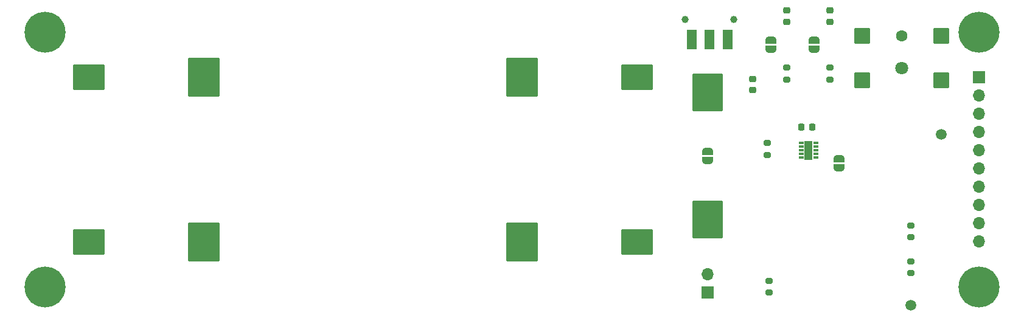
<source format=gbr>
%TF.GenerationSoftware,KiCad,Pcbnew,8.0.5*%
%TF.CreationDate,2024-11-08T20:24:14-08:00*%
%TF.ProjectId,newbatt,6e657762-6174-4742-9e6b-696361645f70,rev?*%
%TF.SameCoordinates,Original*%
%TF.FileFunction,Soldermask,Top*%
%TF.FilePolarity,Negative*%
%FSLAX46Y46*%
G04 Gerber Fmt 4.6, Leading zero omitted, Abs format (unit mm)*
G04 Created by KiCad (PCBNEW 8.0.5) date 2024-11-08 20:24:14*
%MOMM*%
%LPD*%
G01*
G04 APERTURE LIST*
G04 Aperture macros list*
%AMRoundRect*
0 Rectangle with rounded corners*
0 $1 Rounding radius*
0 $2 $3 $4 $5 $6 $7 $8 $9 X,Y pos of 4 corners*
0 Add a 4 corners polygon primitive as box body*
4,1,4,$2,$3,$4,$5,$6,$7,$8,$9,$2,$3,0*
0 Add four circle primitives for the rounded corners*
1,1,$1+$1,$2,$3*
1,1,$1+$1,$4,$5*
1,1,$1+$1,$6,$7*
1,1,$1+$1,$8,$9*
0 Add four rect primitives between the rounded corners*
20,1,$1+$1,$2,$3,$4,$5,0*
20,1,$1+$1,$4,$5,$6,$7,0*
20,1,$1+$1,$6,$7,$8,$9,0*
20,1,$1+$1,$8,$9,$2,$3,0*%
%AMFreePoly0*
4,1,19,0.500000,-0.750000,0.000000,-0.750000,0.000000,-0.744911,-0.071157,-0.744911,-0.207708,-0.704816,-0.327430,-0.627875,-0.420627,-0.520320,-0.479746,-0.390866,-0.500000,-0.250000,-0.500000,0.250000,-0.479746,0.390866,-0.420627,0.520320,-0.327430,0.627875,-0.207708,0.704816,-0.071157,0.744911,0.000000,0.744911,0.000000,0.750000,0.500000,0.750000,0.500000,-0.750000,0.500000,-0.750000,
$1*%
%AMFreePoly1*
4,1,19,0.000000,0.744911,0.071157,0.744911,0.207708,0.704816,0.327430,0.627875,0.420627,0.520320,0.479746,0.390866,0.500000,0.250000,0.500000,-0.250000,0.479746,-0.390866,0.420627,-0.520320,0.327430,-0.627875,0.207708,-0.704816,0.071157,-0.744911,0.000000,-0.744911,0.000000,-0.750000,-0.500000,-0.750000,-0.500000,0.750000,0.000000,0.750000,0.000000,0.744911,0.000000,0.744911,
$1*%
G04 Aperture macros list end*
%ADD10C,0.000000*%
%ADD11RoundRect,0.102000X-2.120000X-1.650000X2.120000X-1.650000X2.120000X1.650000X-2.120000X1.650000X0*%
%ADD12RoundRect,0.102000X-2.120000X-2.600000X2.120000X-2.600000X2.120000X2.600000X-2.120000X2.600000X0*%
%ADD13RoundRect,0.102000X2.120000X2.600000X-2.120000X2.600000X-2.120000X-2.600000X2.120000X-2.600000X0*%
%ADD14RoundRect,0.102000X2.120000X1.650000X-2.120000X1.650000X-2.120000X-1.650000X2.120000X-1.650000X0*%
%ADD15RoundRect,0.102000X0.600000X1.250000X-0.600000X1.250000X-0.600000X-1.250000X0.600000X-1.250000X0*%
%ADD16C,1.000000*%
%ADD17RoundRect,0.102000X1.000000X1.000000X-1.000000X1.000000X-1.000000X-1.000000X1.000000X-1.000000X0*%
%ADD18C,1.600000*%
%ADD19C,1.800000*%
%ADD20RoundRect,0.102000X2.000000X-2.500000X2.000000X2.500000X-2.000000X2.500000X-2.000000X-2.500000X0*%
%ADD21C,1.500000*%
%ADD22FreePoly0,90.000000*%
%ADD23FreePoly1,90.000000*%
%ADD24C,3.600000*%
%ADD25C,5.700000*%
%ADD26RoundRect,0.200000X0.275000X-0.200000X0.275000X0.200000X-0.275000X0.200000X-0.275000X-0.200000X0*%
%ADD27RoundRect,0.225000X-0.250000X0.225000X-0.250000X-0.225000X0.250000X-0.225000X0.250000X0.225000X0*%
%ADD28RoundRect,0.225000X-0.225000X-0.250000X0.225000X-0.250000X0.225000X0.250000X-0.225000X0.250000X0*%
%ADD29RoundRect,0.200000X-0.275000X0.200000X-0.275000X-0.200000X0.275000X-0.200000X0.275000X0.200000X0*%
%ADD30R,1.700000X1.700000*%
%ADD31O,1.700000X1.700000*%
%ADD32RoundRect,0.218750X-0.256250X0.218750X-0.256250X-0.218750X0.256250X-0.218750X0.256250X0.218750X0*%
%ADD33R,0.660400X0.304800*%
%ADD34C,0.508000*%
%ADD35R,0.939800X2.514600*%
G04 APERTURE END LIST*
D10*
%TO.C,U1*%
G36*
X125550000Y-37533400D02*
G01*
X125216600Y-37533400D01*
X125216600Y-34891800D01*
X125550000Y-34891800D01*
X125550000Y-37533400D01*
G37*
G36*
X126283400Y-35225200D02*
G01*
X125216600Y-35225200D01*
X125216600Y-34891800D01*
X126283400Y-34891800D01*
X126283400Y-35225200D01*
G37*
G36*
X126283400Y-36012600D02*
G01*
X125216600Y-36012600D01*
X125216600Y-35625200D01*
X126283400Y-35625200D01*
X126283400Y-36012600D01*
G37*
G36*
X126283400Y-36800000D02*
G01*
X125216600Y-36800000D01*
X125216600Y-36412600D01*
X126283400Y-36412600D01*
X126283400Y-36800000D01*
G37*
G36*
X126283400Y-37533400D02*
G01*
X125216600Y-37533400D01*
X125216600Y-37200000D01*
X126283400Y-37200000D01*
X126283400Y-37533400D01*
G37*
G36*
X126283400Y-37533400D02*
G01*
X125950000Y-37533400D01*
X125950000Y-34891800D01*
X126283400Y-34891800D01*
X126283400Y-37533400D01*
G37*
%TD*%
D11*
%TO.C,BT1*%
X101880000Y-49000000D03*
D12*
X85870000Y-49000000D03*
D13*
X41630000Y-49000000D03*
D14*
X25620000Y-49000000D03*
%TD*%
D15*
%TO.C,S1*%
X109500000Y-20750000D03*
X112000000Y-20750000D03*
X114500000Y-20750000D03*
D16*
X108600000Y-18000000D03*
X115400000Y-18000000D03*
%TD*%
D17*
%TO.C,J1*%
X133250000Y-26450000D03*
X133250000Y-20250000D03*
X144250000Y-20250000D03*
X144250000Y-26450000D03*
D18*
X138750000Y-20250000D03*
D19*
X138750000Y-24750000D03*
%TD*%
D20*
%TO.C,F1*%
X111750000Y-45850000D03*
X111750000Y-28150000D03*
%TD*%
D21*
%TO.C,TP2*%
X140000000Y-57750000D03*
%TD*%
D22*
%TO.C,JP8*%
X111750000Y-37650000D03*
D23*
X111750000Y-36350000D03*
%TD*%
D24*
%TO.C,H4*%
X149500000Y-55250000D03*
D25*
X149500000Y-55250000D03*
%TD*%
D24*
%TO.C,H1*%
X19500000Y-19750000D03*
D25*
X19500000Y-19750000D03*
%TD*%
D26*
%TO.C,R2*%
X128750000Y-26325000D03*
X128750000Y-24675000D03*
%TD*%
D22*
%TO.C,JP1*%
X130000000Y-38650000D03*
D23*
X130000000Y-37350000D03*
%TD*%
D24*
%TO.C,H3*%
X149500000Y-19750000D03*
D25*
X149500000Y-19750000D03*
%TD*%
D27*
%TO.C,C2*%
X118000000Y-26250000D03*
X118000000Y-27800000D03*
%TD*%
D28*
%TO.C,C1*%
X124725000Y-33000000D03*
X126275000Y-33000000D03*
%TD*%
D29*
%TO.C,R1*%
X120000000Y-36825000D03*
X120000000Y-35175000D03*
%TD*%
D30*
%TO.C,J2*%
X149500000Y-26070000D03*
D31*
X149500000Y-28610000D03*
X149500000Y-31150000D03*
X149500000Y-33690000D03*
X149500000Y-36230000D03*
X149500000Y-38770000D03*
X149500000Y-41310000D03*
X149500000Y-43850000D03*
X149500000Y-46390000D03*
X149500000Y-48930000D03*
%TD*%
D22*
%TO.C,JP3*%
X120500000Y-22150000D03*
D23*
X120500000Y-20850000D03*
%TD*%
D21*
%TO.C,TP1*%
X144250000Y-34000000D03*
%TD*%
D32*
%TO.C,D2*%
X122750000Y-16712500D03*
X122750000Y-18287500D03*
%TD*%
D29*
%TO.C,RT1*%
X120250000Y-54350000D03*
X120250000Y-56000000D03*
%TD*%
D33*
%TO.C,U1*%
X124721300Y-35212599D03*
X124721300Y-35712601D03*
X124721300Y-36212600D03*
X124721300Y-36712599D03*
X124721300Y-37212601D03*
X126778700Y-37212601D03*
X126778700Y-36712599D03*
X126778700Y-36212600D03*
X126778700Y-35712601D03*
X126778700Y-35212599D03*
D34*
X125750000Y-35425200D03*
X125750000Y-36212600D03*
D35*
X125750000Y-36212600D03*
D34*
X125750000Y-37000000D03*
%TD*%
D26*
%TO.C,R3*%
X122750000Y-26325000D03*
X122750000Y-24675000D03*
%TD*%
D22*
%TO.C,JP2*%
X126500000Y-22150000D03*
D23*
X126500000Y-20850000D03*
%TD*%
D32*
%TO.C,D1*%
X128750000Y-16712500D03*
X128750000Y-18287500D03*
%TD*%
D30*
%TO.C,TH1*%
X111750000Y-56025000D03*
D31*
X111750000Y-53485000D03*
%TD*%
D29*
%TO.C,R4*%
X140000000Y-46675000D03*
X140000000Y-48325000D03*
%TD*%
%TO.C,R5*%
X140000000Y-51675000D03*
X140000000Y-53325000D03*
%TD*%
D24*
%TO.C,H2*%
X19500000Y-55250000D03*
D25*
X19500000Y-55250000D03*
%TD*%
D11*
%TO.C,BT2*%
X101880000Y-26000000D03*
D12*
X85870000Y-26000000D03*
D13*
X41630000Y-26000000D03*
D14*
X25620000Y-26000000D03*
%TD*%
M02*

</source>
